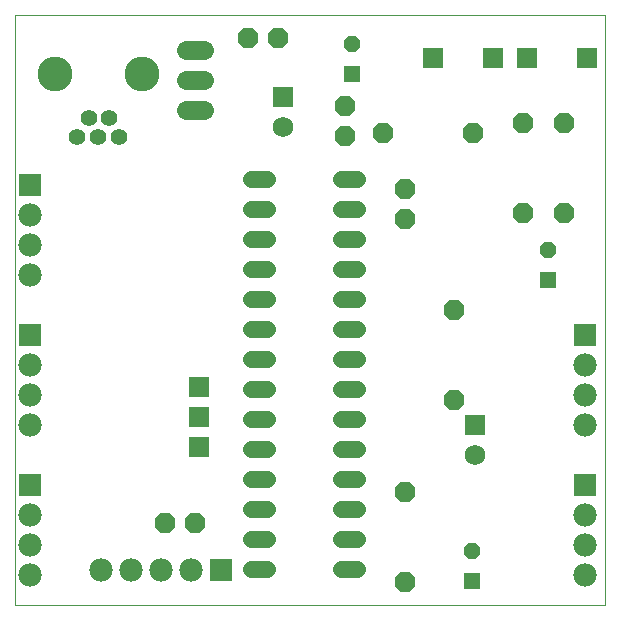
<source format=gts>
G75*
G70*
%OFA0B0*%
%FSLAX24Y24*%
%IPPOS*%
%LPD*%
%AMOC8*
5,1,8,0,0,1.08239X$1,22.5*
%
%ADD10C,0.0000*%
%ADD11R,0.0780X0.0780*%
%ADD12C,0.0780*%
%ADD13C,0.0555*%
%ADD14C,0.1162*%
%ADD15C,0.0640*%
%ADD16R,0.0690X0.0690*%
%ADD17C,0.0690*%
%ADD18C,0.0560*%
%ADD19OC8,0.0690*%
%ADD20R,0.0690X0.0690*%
%ADD21R,0.0560X0.0560*%
%ADD22OC8,0.0560*%
D10*
X000181Y000181D02*
X019866Y000181D01*
X019866Y019866D01*
X000181Y019866D01*
X000181Y000181D01*
D11*
X000681Y004181D03*
X000681Y009181D03*
X000681Y014181D03*
X007071Y001363D03*
X019181Y004181D03*
X019181Y009181D03*
D12*
X019181Y008181D03*
X019181Y007181D03*
X019181Y006181D03*
X019181Y003181D03*
X019181Y002181D03*
X019181Y001181D03*
X006071Y001363D03*
X005071Y001363D03*
X004071Y001363D03*
X003071Y001363D03*
X000681Y001181D03*
X000681Y002181D03*
X000681Y003181D03*
X000681Y006181D03*
X000681Y007181D03*
X000681Y008181D03*
X000681Y011181D03*
X000681Y012181D03*
X000681Y013181D03*
D13*
X002269Y015794D03*
X002969Y015794D03*
X002639Y016414D03*
X003329Y016414D03*
X003639Y015794D03*
D14*
X004406Y017894D03*
X001532Y017894D03*
D15*
X005881Y017681D02*
X006481Y017681D01*
X006481Y016681D02*
X005881Y016681D01*
X005881Y018681D02*
X006481Y018681D01*
D16*
X009107Y017107D03*
X015536Y006193D03*
D17*
X015536Y005193D03*
X009107Y016107D03*
D18*
X008579Y014394D02*
X008059Y014394D01*
X008059Y013394D02*
X008579Y013394D01*
X008579Y012394D02*
X008059Y012394D01*
X008059Y011394D02*
X008579Y011394D01*
X008579Y010394D02*
X008059Y010394D01*
X008059Y009394D02*
X008579Y009394D01*
X008579Y008394D02*
X008059Y008394D01*
X008059Y007394D02*
X008579Y007394D01*
X008579Y006394D02*
X008059Y006394D01*
X008059Y005394D02*
X008579Y005394D01*
X008579Y004394D02*
X008059Y004394D01*
X008059Y003394D02*
X008579Y003394D01*
X008579Y002394D02*
X008059Y002394D01*
X008059Y001394D02*
X008579Y001394D01*
X011059Y001394D02*
X011579Y001394D01*
X011579Y002394D02*
X011059Y002394D01*
X011059Y003394D02*
X011579Y003394D01*
X011579Y004394D02*
X011059Y004394D01*
X011059Y005394D02*
X011579Y005394D01*
X011579Y006394D02*
X011059Y006394D01*
X011059Y007394D02*
X011579Y007394D01*
X011579Y008394D02*
X011059Y008394D01*
X011059Y009394D02*
X011579Y009394D01*
X011579Y010394D02*
X011059Y010394D01*
X011059Y011394D02*
X011579Y011394D01*
X011579Y012394D02*
X011059Y012394D01*
X011059Y013394D02*
X011579Y013394D01*
X011579Y014394D02*
X011059Y014394D01*
D19*
X011205Y015823D03*
X011205Y016823D03*
X012461Y015929D03*
X013174Y014067D03*
X013174Y013067D03*
X015461Y015929D03*
X017111Y016248D03*
X018473Y016248D03*
X018473Y013248D03*
X017111Y013248D03*
X014835Y010016D03*
X014835Y007016D03*
X013174Y003945D03*
X013174Y000945D03*
X006193Y002937D03*
X005193Y002937D03*
X007949Y019079D03*
X008949Y019079D03*
D20*
X014122Y018422D03*
X016122Y018422D03*
X017248Y018406D03*
X019248Y018406D03*
X006311Y007449D03*
X006311Y006449D03*
X006311Y005449D03*
D21*
X015410Y001004D03*
X017969Y011012D03*
X011429Y017878D03*
D22*
X011429Y018878D03*
X017969Y012012D03*
X015410Y002004D03*
M02*

</source>
